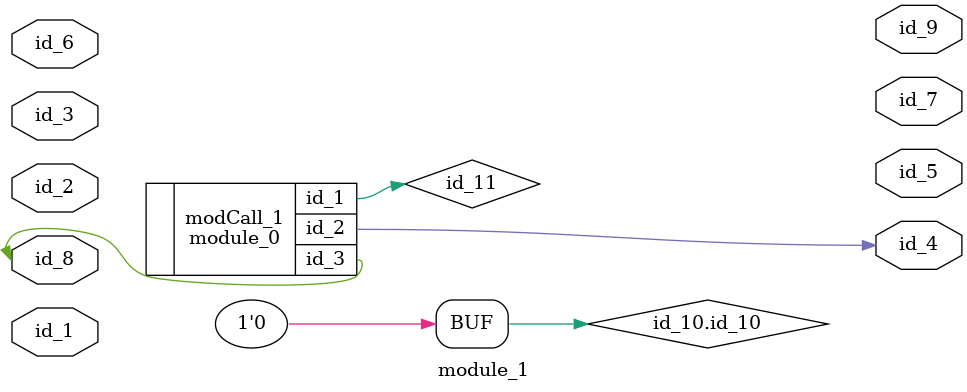
<source format=v>
module module_0 (
    id_1,
    id_2,
    id_3
);
  output wire id_3;
  output wire id_2;
  output wire id_1;
endmodule
module module_1 (
    id_1,
    id_2,
    id_3,
    id_4,
    id_5,
    id_6,
    id_7,
    id_8,
    id_9
);
  output wire id_9;
  inout wire id_8;
  output wire id_7;
  inout wire id_6;
  output wire id_5;
  output wire id_4;
  input wire id_3;
  inout wire id_2;
  input wire id_1;
  wire id_10, id_11;
  wire id_12;
  module_0 modCall_1 (
      id_11,
      id_4,
      id_8
  );
  wire id_13;
  assign id_10.id_10 = -1'b0;
endmodule

</source>
